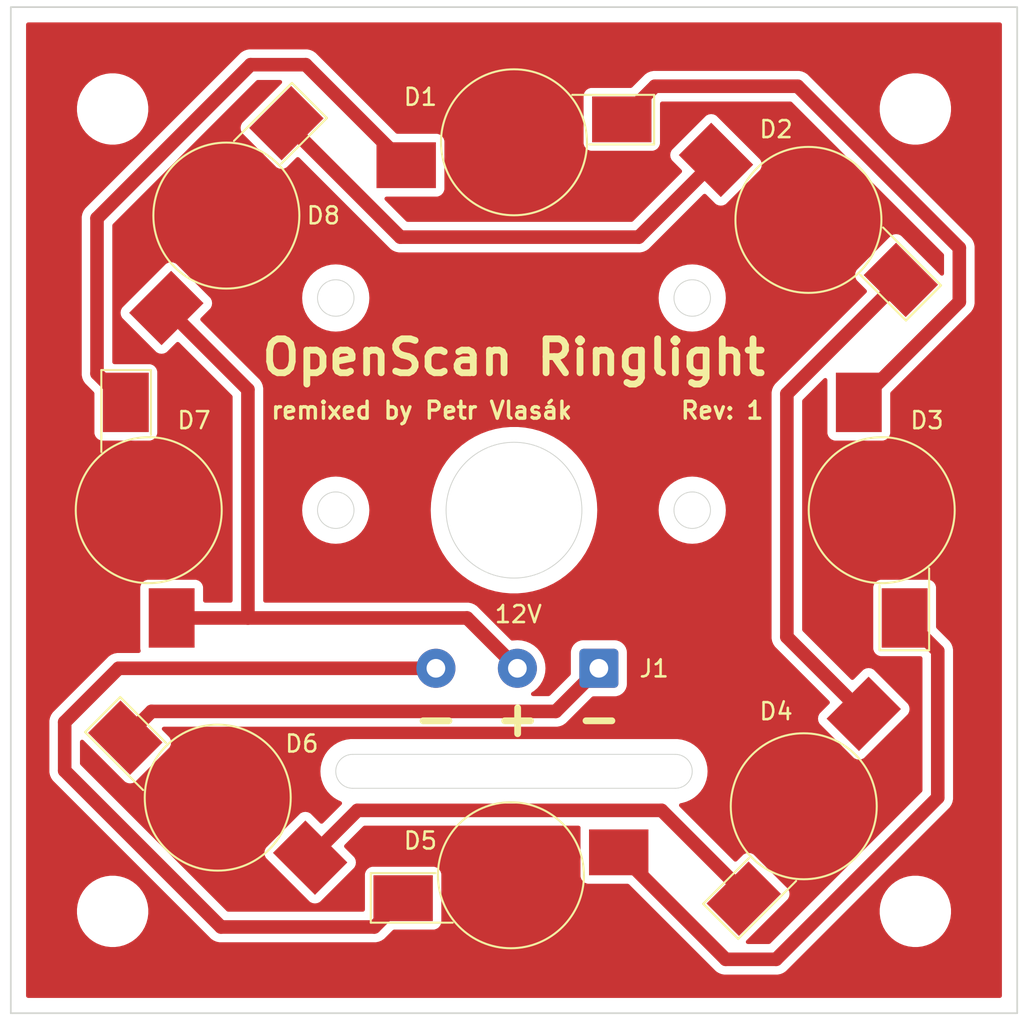
<source format=kicad_pcb>
(kicad_pcb (version 20240108) (generator "pcbnew") (generator_version "8.0")
  (layers (0 "F.Cu" signal) (31 "B.Cu" signal) (34 "B.Paste" user) (35 "F.Paste" user) (36 "B.SilkS" user "B.Silkscreen") (37 "F.SilkS" user "F.Silkscreen") (38 "B.Mask" user) (39 "F.Mask" user) (44 "Edge.Cuts" user))
  (net 0 "")
  (net 1 "Net-(D1-A)")
  (net 2 "Net-(D1-K)")
  (net 3 "Net-(D2-K)")
  (net 4 "Net-(D2-A)")
  (net 5 "Net-(D4-K)")
  (net 6 "Net-(D5-K)")
  (net 7 "Net-(D6-K)")
  (net 8 "Net-(D3-K)")
  (net 9 "Net-(D7-A)")
  (net 10 "GND")
  (footprint "Custom:MountingHole_3.2mm_M3_ISO14580" (layer "F.Cu") (at 53.29 -53.27)
    (property "Reference" "REF**" (hide yes))
    (property "Value" "MountingHole_3.2mm_M3_ISO14580" (hide yes))
    (pad "" np_thru_hole circle (at 0 0) (size 3.2 3.2) (drill 3.2) (layers "F&B.Cu" "*.Mask"))
  )
  (footprint "Custom:MountingHole_3.2mm_M3_ISO14580" (layer "F.Cu") (at 6 -53.27)
    (property "Reference" "REF**" (hide yes))
    (property "Value" "MountingHole_3.2mm_M3_ISO14580" (hide yes))
    (pad "" np_thru_hole circle (at 0 0) (size 3.2 3.2) (drill 3.2) (layers "F&B.Cu" "*.Mask"))
  )
  (footprint "LED_SMD:LED_1W_3W_R8" (layer "F.Cu") (at 29.645 -51.308 180)
    (property "Reference" "D1" (at 5.515 2.667 180) (layer "F.SilkS"))
    (property "Value" "LED_Pad")
    (fp_line (start -4.445 -0.127) (end -8.255 -0.127) (stroke (width 0.12)) (layer "F.SilkS"))
    (fp_line (start -8.255 2.794) (end -3.429 2.794) (stroke (width 0.12)) (layer "F.SilkS"))
    (fp_line (start -8.255 -0.127) (end -8.255 2.794) (stroke (width 0.12)) (layer "F.SilkS"))
    (fp_circle (center 0 0) (end -4.3 0) (stroke (width 0.12)) (fill none) (layer "F.SilkS"))
    (pad "1" smd rect (at -6.35 1.35 180) (size 3.5 2.7) (layers "F.Cu" "F.Paste" "F.Mask") (net 2 "Net-(D1-K)"))
    (pad "2" smd rect (at 6.35 -1.35 180) (size 3.5 2.7) (layers "F.Cu" "F.Paste" "F.Mask") (net 1 "Net-(D1-A)"))
    (pad "3" smd circle (at 0 0 180) (size 5.7 5.7) (layers "F.Cu" "F.Paste" "F.Mask") (net 10 "GND"))
  )
  (footprint "LED_SMD:LED_1W_3W_R8" (layer "F.Cu") (at 29.464 -8.128)
    (property "Reference" "D5" (at -5.334 -2.032 0) (layer "F.SilkS"))
    (property "Value" "LED_Pad")
    (fp_line (start -8.255 -0.127) (end -8.255 2.794) (stroke (width 0.12)) (layer "F.SilkS"))
    (fp_line (start -8.255 2.794) (end -3.429 2.794) (stroke (width 0.12)) (layer "F.SilkS"))
    (fp_line (start -4.445 -0.127) (end -8.255 -0.127) (stroke (width 0.12)) (layer "F.SilkS"))
    (fp_circle (center 0 0) (end -4.3 0) (stroke (width 0.12)) (fill none) (layer "F.SilkS"))
    (pad "1" smd rect (at -6.35 1.35) (size 3.5 2.7) (layers "F.Cu" "F.Paste" "F.Mask") (net 6 "Net-(D5-K)"))
    (pad "2" smd rect (at 6.35 -1.35) (size 3.5 2.7) (layers "F.Cu" "F.Paste" "F.Mask") (net 8 "Net-(D3-K)"))
    (pad "3" smd circle (at 0 0) (size 5.7 5.7) (layers "F.Cu" "F.Paste" "F.Mask") (net 10 "GND"))
  )
  (footprint "LED_SMD:LED_1W_3W_R8" (layer "F.Cu") (at 46.715534 -12.192 45)
    (property "Reference" "D4" (at 2.798351 -5.104274 0) (layer "F.SilkS"))
    (property "Value" "LED_Pad")
    (fp_line (start -8.255 -0.127) (end -8.255 2.794) (stroke (width 0.12)) (layer "F.SilkS"))
    (fp_line (start -8.255 2.794) (end -3.429 2.794) (stroke (width 0.12)) (layer "F.SilkS"))
    (fp_line (start -4.445 -0.127) (end -8.255 -0.127) (stroke (width 0.12)) (layer "F.SilkS"))
    (fp_circle (center 0 0) (end -4.3 0) (stroke (width 0.12)) (fill none) (layer "F.SilkS"))
    (pad "1" smd rect (at -6.35 1.35 45) (size 3.5 2.7) (layers "F.Cu" "F.Paste" "F.Mask") (net 5 "Net-(D4-K)"))
    (pad "2" smd rect (at 6.35 -1.35 45) (size 3.5 2.7) (layers "F.Cu" "F.Paste" "F.Mask") (net 3 "Net-(D2-K)"))
    (pad "3" smd circle (at 0 0 45) (size 5.7 5.7) (layers "F.Cu" "F.Paste" "F.Mask") (net 10 "GND"))
  )
  (footprint "LED_SMD:LED_1W_3W_R8" (layer "F.Cu") (at 12.192 -12.7 -45)
    (property "Reference" "D6" (at 1.257236 -5.747364 0) (layer "F.SilkS"))
    (property "Value" "LED_Pad")
    (fp_line (start -8.255 2.794) (end -3.429 2.794) (stroke (width 0.12)) (layer "F.SilkS"))
    (fp_line (start -8.255 -0.127) (end -8.255 2.794) (stroke (width 0.12)) (layer "F.SilkS"))
    (fp_line (start -4.445 -0.127) (end -8.255 -0.127) (stroke (width 0.12)) (layer "F.SilkS"))
    (fp_circle (center 0 0) (end -4.3 0) (stroke (width 0.12)) (fill none) (layer "F.SilkS"))
    (pad "1" smd rect (at -6.35 1.35 315) (size 3.5 2.7) (layers "F.Cu" "F.Paste" "F.Mask") (net 7 "Net-(D6-K)"))
    (pad "2" smd rect (at 6.35 -1.35 315) (size 3.5 2.7) (layers "F.Cu" "F.Paste" "F.Mask") (net 5 "Net-(D4-K)"))
    (pad "3" smd circle (at 0 0 315) (size 5.7 5.7) (layers "F.Cu" "F.Paste" "F.Mask") (net 10 "GND"))
  )
  (footprint "LED_SMD:LED_1W_3W_R8" (layer "F.Cu") (at 51.308 -29.635 90)
    (property "Reference" "D3" (at 5.29 2.667 0) (layer "F.SilkS"))
    (property "Value" "LED_Pad")
    (fp_line (start -4.445 -0.127) (end -8.255 -0.127) (stroke (width 0.12)) (layer "F.SilkS"))
    (fp_line (start -8.255 -0.127) (end -8.255 2.794) (stroke (width 0.12)) (layer "F.SilkS"))
    (fp_line (start -8.255 2.794) (end -3.429 2.794) (stroke (width 0.12)) (layer "F.SilkS"))
    (fp_circle (center 0 0) (end -4.3 0) (stroke (width 0.12)) (fill none) (layer "F.SilkS"))
    (pad "1" smd rect (at -6.35 1.35 90) (size 3.5 2.7) (layers "F.Cu" "F.Paste" "F.Mask") (net 8 "Net-(D3-K)"))
    (pad "2" smd rect (at 6.35 -1.35 90) (size 3.5 2.7) (layers "F.Cu" "F.Paste" "F.Mask") (net 2 "Net-(D1-K)"))
    (pad "3" smd circle (at 0 0 90) (size 5.7 5.7) (layers "F.Cu" "F.Paste" "F.Mask") (net 10 "GND"))
  )
  (footprint "Custom:MountingHole_3.2mm_M3_ISO14580" (layer "F.Cu") (at 6 -6)
    (property "Reference" "REF**" (hide yes))
    (property "Value" "MountingHole_3.2mm_M3_ISO14580" (hide yes))
    (pad "" np_thru_hole circle (at 0 0) (size 3.2 3.2) (drill 3.2) (layers "*.Cu" "*.Mask"))
  )
  (footprint "LED_SMD:LED_1W_3W_R8" (layer "F.Cu") (at 46.99 -46.736 135)
    (property "Reference" "D2" (at 5.118746 2.424669 0) (layer "F.SilkS"))
    (property "Value" "LED_Pad")
    (fp_line (start -4.445 -0.127) (end -8.255 -0.127) (stroke (width 0.12)) (layer "F.SilkS"))
    (fp_line (start -8.255 -0.127) (end -8.255 2.794) (stroke (width 0.12)) (layer "F.SilkS"))
    (fp_line (start -8.255 2.794) (end -3.429 2.794) (stroke (width 0.12)) (layer "F.SilkS"))
    (fp_circle (center 0 0) (end -4.3 0) (stroke (width 0.12)) (fill none) (layer "F.SilkS"))
    (pad "1" smd rect (at -6.35 1.35 135) (size 3.5 2.7) (layers "F.Cu" "F.Paste" "F.Mask") (net 3 "Net-(D2-K)"))
    (pad "2" smd rect (at 6.35 -1.35 135) (size 3.5 2.7) (layers "F.Cu" "F.Paste" "F.Mask") (net 4 "Net-(D2-A)"))
    (pad "3" smd circle (at 0 0 135) (size 5.7 5.7) (layers "F.Cu" "F.Paste" "F.Mask") (net 10 "GND"))
  )
  (footprint "Connector_Wire:SolderWire-0.5sqmm_1x03_P4.8mm_D0.9mm_OD2.3mm" (layer "F.Cu") (at 34.645 -20.32 180)
    (property "Reference" "J1" (at -3.255 -0.02 180) (layer "F.SilkS"))
    (property "Value" "12V" (at 4.745 3.18 180) (layer "F.SilkS"))
    (pad "1" thru_hole roundrect (at 0 0 180) (size 2.3 2.3) (drill 1.1) (layers "*.Cu" "*.Mask") (roundrect_rratio 0.108696) (net 7 "Net-(D6-K)"))
    (pad "2" thru_hole circle (at 4.8 0 180) (size 2.3 2.3) (drill 1.1) (layers "*.Cu" "*.Mask") (net 9 "Net-(D7-A)"))
    (pad "3" thru_hole circle (at 9.6 0 180) (size 2.3 2.3) (drill 1.1) (layers "*.Cu" "*.Mask") (net 6 "Net-(D5-K)"))
  )
  (footprint "LED_SMD:LED_1W_3W_R8" (layer "F.Cu") (at 12.7 -46.99 -135)
    (property "Reference" "D8" (at -4.041115 -4.041115 0) (layer "F.SilkS"))
    (property "Value" "LED_Pad")
    (fp_line (start -4.445 -0.127) (end -8.255 -0.127) (stroke (width 0.12)) (layer "F.SilkS"))
    (fp_line (start -8.255 2.794) (end -3.429 2.794) (stroke (width 0.12)) (layer "F.SilkS"))
    (fp_line (start -8.255 -0.127) (end -8.255 2.794) (stroke (width 0.12)) (layer "F.SilkS"))
    (fp_circle (center 0 0) (end -4.299999 -0.000001) (stroke (width 0.12)) (fill none) (layer "F.SilkS"))
    (pad "1" smd rect (at -6.35 1.35 225) (size 3.5 2.7) (layers "F.Cu" "F.Paste" "F.Mask") (net 4 "Net-(D2-A)"))
    (pad "2" smd rect (at 6.35 -1.35 225) (size 3.5 2.7) (layers "F.Cu" "F.Paste" "F.Mask") (net 9 "Net-(D7-A)"))
    (pad "3" smd circle (at 0 0 225) (size 5.7 5.7) (layers "F.Cu" "F.Paste" "F.Mask") (net 10 "GND"))
  )
  (footprint "LED_SMD:LED_1W_3W_R8" (layer "F.Cu") (at 8.128 -29.635 -90)
    (property "Reference" "D7" (at -5.29 -2.667 0) (layer "F.SilkS"))
    (property "Value" "LED_Pad")
    (fp_line (start -8.255 2.794) (end -3.429 2.794) (stroke (width 0.12)) (layer "F.SilkS"))
    (fp_line (start -8.255 -0.127) (end -8.255 2.794) (stroke (width 0.12)) (layer "F.SilkS"))
    (fp_line (start -4.445 -0.127) (end -8.255 -0.127) (stroke (width 0.12)) (layer "F.SilkS"))
    (fp_circle (center 0 0) (end -4.3 0) (stroke (width 0.12)) (fill none) (layer "F.SilkS"))
    (pad "1" smd rect (at -6.35 1.35 270) (size 3.5 2.7) (layers "F.Cu" "F.Paste" "F.Mask") (net 1 "Net-(D1-A)"))
    (pad "2" smd rect (at 6.35 -1.35 270) (size 3.5 2.7) (layers "F.Cu" "F.Paste" "F.Mask") (net 9 "Net-(D7-A)"))
    (pad "3" smd circle (at 0 0 270) (size 5.7 5.7) (layers "F.Cu" "F.Paste" "F.Mask") (net 10 "GND"))
  )
  (footprint "Custom:MountingHole_3.2mm_M3_ISO14580" (layer "F.Cu") (at 53.29 -6)
    (property "Reference" "REF**" (hide yes))
    (property "Value" "MountingHole_3.2mm_M3_ISO14580" (hide yes))
    (pad "" np_thru_hole circle (at 0 0) (size 3.2 3.2) (drill 3.2) (layers "F&B.Cu" "*.Mask"))
  )
  (gr_line (start 20.145 -15.25) (end 39.145 -15.25) (stroke (width 0.05)) (layer "Edge.Cuts"))
  (gr_circle (center 19.145 -29.635) (end 20.22 -29.635) (stroke (width 0.05)) (fill none) (layer "Edge.Cuts"))
  (gr_line (start 39.145 -13.25) (end 20.145 -13.25) (stroke (width 0.05)) (layer "Edge.Cuts"))
  (gr_circle (center 40.145 -42.135) (end 41.22 -42.135) (stroke (width 0.05)) (fill none) (layer "Edge.Cuts"))
  (gr_rect (start 0 -59.27) (end 59.29 0) (stroke (width 0.1)) (fill none) (layer "Edge.Cuts"))
  (gr_circle (center 29.645 -29.635) (end 33.645 -29.635) (stroke (width 0.05)) (fill none) (layer "Edge.Cuts"))
  (gr_arc (start 20.145 -13.25) (mid 19.145 -14.25) (end 20.145 -15.25) (stroke (width 0.05)) (layer "Edge.Cuts"))
  (gr_circle (center 19.145 -42.135) (end 20.22 -42.135) (stroke (width 0.05)) (fill none) (layer "Edge.Cuts"))
  (gr_arc (start 39.145 -15.25) (mid 40.145 -14.25) (end 39.145 -13.25) (stroke (width 0.05)) (layer "Edge.Cuts"))
  (gr_circle (center 40.145 -29.635) (end 41.22 -29.635) (stroke (width 0.05)) (fill none) (layer "Edge.Cuts"))
  (gr_text "remixed by Petr Vlasák" (at 15.24 -34.925 0) (layer "F.SilkS") (effects (font (size 1 1) (thickness 0.2) (bold yes)) (justify left bottom)))
  (gr_text "OpenScan Ringlight" (at 14.605 -37.465 0) (layer "F.SilkS") (effects (font (size 2 2) (thickness 0.4) (bold yes)) (justify left bottom)))
  (gr_text "-" (at 25.05 -16.2 0) (layer "F.SilkS") (effects (font (size 2 2) (thickness 0.4) (bold yes)) (justify bottom)))
  (gr_text "-" (at 34.65 -16.2 0) (layer "F.SilkS") (effects (font (size 2 2) (thickness 0.4) (bold yes)) (justify bottom)))
  (gr_text "Rev: 1" (at 39.37 -34.925 0) (layer "F.SilkS") (effects (font (size 1 1) (thickness 0.2) (bold yes)) (justify left bottom)))
  (gr_text "+" (at 29.86 -16.2 0) (layer "F.SilkS") (effects (font (size 2 2) (thickness 0.4) (bold yes)) (justify bottom)))
  (segment (start 17.373 -55.88) (end 14.12875 -55.88) (width 0.8) (layer "F.Cu") (net 1))
  (segment (start 14.12875 -55.88) (end 5.08 -46.83125) (width 0.8) (layer "F.Cu") (net 1))
  (segment (start 23.295 -49.958) (end 17.373 -55.88) (width 0.8) (layer "F.Cu") (net 1))
  (segment (start 5.08 -37.683) (end 6.778 -35.985) (width 0.8) (layer "F.Cu") (net 1))
  (segment (start 5.08 -46.83125) (end 5.08 -37.683) (width 0.8) (layer "F.Cu") (net 1))
  (segment (start 37.947 -54.61) (end 35.995 -52.658) (width 0.8) (layer "F.Cu") (net 2))
  (segment (start 55.88 -45.085) (end 46.355 -54.61) (width 0.8) (layer "F.Cu") (net 2))
  (segment (start 49.958 -35.985) (end 55.88 -41.907) (width 0.8) (layer "F.Cu") (net 2))
  (segment (start 46.355 -54.61) (end 37.947 -54.61) (width 0.8) (layer "F.Cu") (net 2))
  (segment (start 55.88 -41.907) (end 55.88 -45.085) (width 0.8) (layer "F.Cu") (net 2))
  (segment (start 50.251068 -17.636722) (end 45.72 -22.16779) (width 0.8) (layer "F.Cu") (net 3))
  (segment (start 45.72 -36.485744) (end 52.434722 -43.200466) (width 0.8) (layer "F.Cu") (net 3))
  (segment (start 45.72 -22.16779) (end 45.72 -36.485744) (width 0.8) (layer "F.Cu") (net 3))
  (segment (start 41.545278 -50.271534) (end 36.993744 -45.72) (width 0.8) (layer "F.Cu") (net 4))
  (segment (start 22.950256 -45.72) (end 16.235534 -52.434722) (width 0.8) (layer "F.Cu") (net 4))
  (segment (start 36.993744 -45.72) (end 22.950256 -45.72) (width 0.8) (layer "F.Cu") (net 4))
  (segment (start 20.422256 -11.95) (end 38.342 -11.95) (width 0.8) (layer "F.Cu") (net 5))
  (segment (start 43.18 -7.112) (end 43.18 -6.747278) (width 0.8) (layer "F.Cu") (net 5))
  (segment (start 17.636722 -9.164466) (end 20.422256 -11.95) (width 0.8) (layer "F.Cu") (net 5))
  (segment (start 38.342 -11.95) (end 43.18 -7.112) (width 0.8) (layer "F.Cu") (net 5))
  (segment (start 21.416 -5.08) (end 12.3825 -5.08) (width 0.8) (layer "F.Cu") (net 6))
  (segment (start 23.114 -6.778) (end 21.416 -5.08) (width 0.8) (layer "F.Cu") (net 6))
  (segment (start 3.175 -17.145) (end 6.35 -20.32) (width 0.8) (layer "F.Cu") (net 6))
  (segment (start 12.3825 -5.08) (end 3.175 -14.2875) (width 0.8) (layer "F.Cu") (net 6))
  (segment (start 3.175 -14.2875) (end 3.175 -17.145) (width 0.8) (layer "F.Cu") (net 6))
  (segment (start 6.35 -20.32) (end 25.045 -20.32) (width 0.8) (layer "F.Cu") (net 6))
  (segment (start 8.291744 -17.78) (end 32.105 -17.78) (width 0.8) (layer "F.Cu") (net 7))
  (segment (start 32.105 -17.78) (end 34.645 -20.32) (width 0.8) (layer "F.Cu") (net 7))
  (segment (start 6.747278 -16.235534) (end 8.291744 -17.78) (width 0.8) (layer "F.Cu") (net 7))
  (segment (start 45.085 -3.175) (end 54.61 -12.7) (width 0.8) (layer "F.Cu") (net 8))
  (segment (start 54.61 -12.7) (end 54.61 -21.333) (width 0.8) (layer "F.Cu") (net 8))
  (segment (start 35.814 -9.478) (end 42.117 -3.175) (width 0.8) (layer "F.Cu") (net 8))
  (segment (start 54.61 -21.333) (end 52.658 -23.285) (width 0.8) (layer "F.Cu") (net 8))
  (segment (start 42.117 -3.175) (end 45.085 -3.175) (width 0.8) (layer "F.Cu") (net 8))
  (segment (start 13.97 -36.739744) (end 13.97 -23.285) (width 0.8) (layer "F.Cu") (net 9))
  (segment (start 9.478 -23.285) (end 13.97 -23.285) (width 0.8) (layer "F.Cu") (net 9))
  (segment (start 9.164466 -41.545278) (end 13.97 -36.739744) (width 0.8) (layer "F.Cu") (net 9))
  (segment (start 29.845 -20.32) (end 26.88 -23.285) (width 0.8) (layer "F.Cu") (net 9))
  (segment (start 26.88 -23.285) (end 13.97 -23.285) (width 0.8) (layer "F.Cu") (net 9))
  (zone (net 10) (net_name "GND") (layer "F.Cu") (connect_pads yes (clearance 0.5)) (min_thickness 0.25) (fill yes (thermal_gap 0.5) (thermal_bridge_width 0.5))
    (polygon (pts (xy -0.635 0.635) (xy 59.69 0.635) (xy 59.69 -59.69) (xy -0.635 -59.69)))
  )
)
</source>
